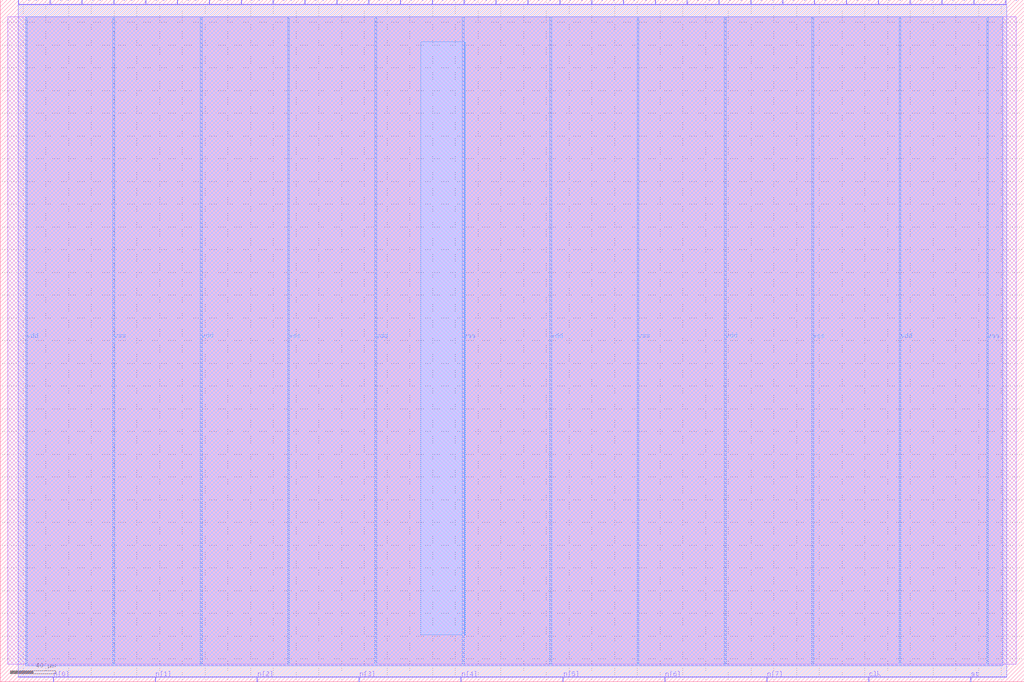
<source format=lef>
VERSION 5.7 ;
  NOWIREEXTENSIONATPIN ON ;
  DIVIDERCHAR "/" ;
  BUSBITCHARS "[]" ;
MACRO fibonacci
  CLASS BLOCK ;
  FOREIGN fibonacci ;
  ORIGIN 0.000 0.000 ;
  SIZE 900.000 BY 600.000 ;
  PIN clk
    DIRECTION INPUT ;
    USE SIGNAL ;
    PORT
      LAYER Metal2 ;
        RECT 763.280 0.000 763.840 4.000 ;
    END
  END clk
  PIN fn[0]
    DIRECTION OUTPUT TRISTATE ;
    USE SIGNAL ;
    PORT
      LAYER Metal2 ;
        RECT 15.680 596.000 16.240 600.000 ;
    END
  END fn[0]
  PIN fn[10]
    DIRECTION OUTPUT TRISTATE ;
    USE SIGNAL ;
    PORT
      LAYER Metal2 ;
        RECT 295.680 596.000 296.240 600.000 ;
    END
  END fn[10]
  PIN fn[11]
    DIRECTION OUTPUT TRISTATE ;
    USE SIGNAL ;
    PORT
      LAYER Metal2 ;
        RECT 323.680 596.000 324.240 600.000 ;
    END
  END fn[11]
  PIN fn[12]
    DIRECTION OUTPUT TRISTATE ;
    USE SIGNAL ;
    PORT
      LAYER Metal2 ;
        RECT 351.680 596.000 352.240 600.000 ;
    END
  END fn[12]
  PIN fn[13]
    DIRECTION OUTPUT TRISTATE ;
    USE SIGNAL ;
    PORT
      LAYER Metal2 ;
        RECT 379.680 596.000 380.240 600.000 ;
    END
  END fn[13]
  PIN fn[14]
    DIRECTION OUTPUT TRISTATE ;
    USE SIGNAL ;
    PORT
      LAYER Metal2 ;
        RECT 407.680 596.000 408.240 600.000 ;
    END
  END fn[14]
  PIN fn[15]
    DIRECTION OUTPUT TRISTATE ;
    USE SIGNAL ;
    PORT
      LAYER Metal2 ;
        RECT 435.680 596.000 436.240 600.000 ;
    END
  END fn[15]
  PIN fn[16]
    DIRECTION OUTPUT TRISTATE ;
    USE SIGNAL ;
    PORT
      LAYER Metal2 ;
        RECT 463.680 596.000 464.240 600.000 ;
    END
  END fn[16]
  PIN fn[17]
    DIRECTION OUTPUT TRISTATE ;
    USE SIGNAL ;
    PORT
      LAYER Metal2 ;
        RECT 491.680 596.000 492.240 600.000 ;
    END
  END fn[17]
  PIN fn[18]
    DIRECTION OUTPUT TRISTATE ;
    USE SIGNAL ;
    PORT
      LAYER Metal2 ;
        RECT 519.680 596.000 520.240 600.000 ;
    END
  END fn[18]
  PIN fn[19]
    DIRECTION OUTPUT TRISTATE ;
    USE SIGNAL ;
    PORT
      LAYER Metal2 ;
        RECT 547.680 596.000 548.240 600.000 ;
    END
  END fn[19]
  PIN fn[1]
    DIRECTION OUTPUT TRISTATE ;
    USE SIGNAL ;
    PORT
      LAYER Metal2 ;
        RECT 43.680 596.000 44.240 600.000 ;
    END
  END fn[1]
  PIN fn[20]
    DIRECTION OUTPUT TRISTATE ;
    USE SIGNAL ;
    PORT
      LAYER Metal2 ;
        RECT 575.680 596.000 576.240 600.000 ;
    END
  END fn[20]
  PIN fn[21]
    DIRECTION OUTPUT TRISTATE ;
    USE SIGNAL ;
    PORT
      LAYER Metal2 ;
        RECT 603.680 596.000 604.240 600.000 ;
    END
  END fn[21]
  PIN fn[22]
    DIRECTION OUTPUT TRISTATE ;
    USE SIGNAL ;
    PORT
      LAYER Metal2 ;
        RECT 631.680 596.000 632.240 600.000 ;
    END
  END fn[22]
  PIN fn[23]
    DIRECTION OUTPUT TRISTATE ;
    USE SIGNAL ;
    PORT
      LAYER Metal2 ;
        RECT 659.680 596.000 660.240 600.000 ;
    END
  END fn[23]
  PIN fn[24]
    DIRECTION OUTPUT TRISTATE ;
    USE SIGNAL ;
    PORT
      LAYER Metal2 ;
        RECT 687.680 596.000 688.240 600.000 ;
    END
  END fn[24]
  PIN fn[25]
    DIRECTION OUTPUT TRISTATE ;
    USE SIGNAL ;
    PORT
      LAYER Metal2 ;
        RECT 715.680 596.000 716.240 600.000 ;
    END
  END fn[25]
  PIN fn[26]
    DIRECTION OUTPUT TRISTATE ;
    USE SIGNAL ;
    PORT
      LAYER Metal2 ;
        RECT 743.680 596.000 744.240 600.000 ;
    END
  END fn[26]
  PIN fn[27]
    DIRECTION OUTPUT TRISTATE ;
    USE SIGNAL ;
    PORT
      LAYER Metal2 ;
        RECT 771.680 596.000 772.240 600.000 ;
    END
  END fn[27]
  PIN fn[28]
    DIRECTION OUTPUT TRISTATE ;
    USE SIGNAL ;
    PORT
      LAYER Metal2 ;
        RECT 799.680 596.000 800.240 600.000 ;
    END
  END fn[28]
  PIN fn[29]
    DIRECTION OUTPUT TRISTATE ;
    USE SIGNAL ;
    PORT
      LAYER Metal2 ;
        RECT 827.680 596.000 828.240 600.000 ;
    END
  END fn[29]
  PIN fn[2]
    DIRECTION OUTPUT TRISTATE ;
    USE SIGNAL ;
    PORT
      LAYER Metal2 ;
        RECT 71.680 596.000 72.240 600.000 ;
    END
  END fn[2]
  PIN fn[30]
    DIRECTION OUTPUT TRISTATE ;
    USE SIGNAL ;
    PORT
      LAYER Metal2 ;
        RECT 855.680 596.000 856.240 600.000 ;
    END
  END fn[30]
  PIN fn[31]
    DIRECTION OUTPUT TRISTATE ;
    USE SIGNAL ;
    PORT
      LAYER Metal2 ;
        RECT 883.680 596.000 884.240 600.000 ;
    END
  END fn[31]
  PIN fn[3]
    DIRECTION OUTPUT TRISTATE ;
    USE SIGNAL ;
    PORT
      LAYER Metal2 ;
        RECT 99.680 596.000 100.240 600.000 ;
    END
  END fn[3]
  PIN fn[4]
    DIRECTION OUTPUT TRISTATE ;
    USE SIGNAL ;
    PORT
      LAYER Metal2 ;
        RECT 127.680 596.000 128.240 600.000 ;
    END
  END fn[4]
  PIN fn[5]
    DIRECTION OUTPUT TRISTATE ;
    USE SIGNAL ;
    PORT
      LAYER Metal2 ;
        RECT 155.680 596.000 156.240 600.000 ;
    END
  END fn[5]
  PIN fn[6]
    DIRECTION OUTPUT TRISTATE ;
    USE SIGNAL ;
    PORT
      LAYER Metal2 ;
        RECT 183.680 596.000 184.240 600.000 ;
    END
  END fn[6]
  PIN fn[7]
    DIRECTION OUTPUT TRISTATE ;
    USE SIGNAL ;
    PORT
      LAYER Metal2 ;
        RECT 211.680 596.000 212.240 600.000 ;
    END
  END fn[7]
  PIN fn[8]
    DIRECTION OUTPUT TRISTATE ;
    USE SIGNAL ;
    PORT
      LAYER Metal2 ;
        RECT 239.680 596.000 240.240 600.000 ;
    END
  END fn[8]
  PIN fn[9]
    DIRECTION OUTPUT TRISTATE ;
    USE SIGNAL ;
    PORT
      LAYER Metal2 ;
        RECT 267.680 596.000 268.240 600.000 ;
    END
  END fn[9]
  PIN n[0]
    DIRECTION INPUT ;
    USE SIGNAL ;
    PORT
      LAYER Metal2 ;
        RECT 46.480 0.000 47.040 4.000 ;
    END
  END n[0]
  PIN n[1]
    DIRECTION INPUT ;
    USE SIGNAL ;
    PORT
      LAYER Metal2 ;
        RECT 136.080 0.000 136.640 4.000 ;
    END
  END n[1]
  PIN n[2]
    DIRECTION INPUT ;
    USE SIGNAL ;
    PORT
      LAYER Metal2 ;
        RECT 225.680 0.000 226.240 4.000 ;
    END
  END n[2]
  PIN n[3]
    DIRECTION INPUT ;
    USE SIGNAL ;
    PORT
      LAYER Metal2 ;
        RECT 315.280 0.000 315.840 4.000 ;
    END
  END n[3]
  PIN n[4]
    DIRECTION INPUT ;
    USE SIGNAL ;
    PORT
      LAYER Metal2 ;
        RECT 404.880 0.000 405.440 4.000 ;
    END
  END n[4]
  PIN n[5]
    DIRECTION INPUT ;
    USE SIGNAL ;
    PORT
      LAYER Metal2 ;
        RECT 494.480 0.000 495.040 4.000 ;
    END
  END n[5]
  PIN n[6]
    DIRECTION INPUT ;
    USE SIGNAL ;
    PORT
      LAYER Metal2 ;
        RECT 584.080 0.000 584.640 4.000 ;
    END
  END n[6]
  PIN n[7]
    DIRECTION INPUT ;
    USE SIGNAL ;
    PORT
      LAYER Metal2 ;
        RECT 673.680 0.000 674.240 4.000 ;
    END
  END n[7]
  PIN st
    DIRECTION INPUT ;
    USE SIGNAL ;
    PORT
      LAYER Metal2 ;
        RECT 852.880 0.000 853.440 4.000 ;
    END
  END st
  PIN vdd
    DIRECTION INOUT ;
    USE POWER ;
    PORT
      LAYER Metal4 ;
        RECT 22.240 15.380 23.840 584.380 ;
    END
    PORT
      LAYER Metal4 ;
        RECT 175.840 15.380 177.440 584.380 ;
    END
    PORT
      LAYER Metal4 ;
        RECT 329.440 15.380 331.040 584.380 ;
    END
    PORT
      LAYER Metal4 ;
        RECT 483.040 15.380 484.640 584.380 ;
    END
    PORT
      LAYER Metal4 ;
        RECT 636.640 15.380 638.240 584.380 ;
    END
    PORT
      LAYER Metal4 ;
        RECT 790.240 15.380 791.840 584.380 ;
    END
  END vdd
  PIN vss
    DIRECTION INOUT ;
    USE GROUND ;
    PORT
      LAYER Metal4 ;
        RECT 99.040 15.380 100.640 584.380 ;
    END
    PORT
      LAYER Metal4 ;
        RECT 252.640 15.380 254.240 584.380 ;
    END
    PORT
      LAYER Metal4 ;
        RECT 406.240 15.380 407.840 584.380 ;
    END
    PORT
      LAYER Metal4 ;
        RECT 559.840 15.380 561.440 584.380 ;
    END
    PORT
      LAYER Metal4 ;
        RECT 713.440 15.380 715.040 584.380 ;
    END
    PORT
      LAYER Metal4 ;
        RECT 867.040 15.380 868.640 584.380 ;
    END
  END vss
  OBS
      LAYER Metal1 ;
        RECT 6.720 15.380 893.200 585.050 ;
      LAYER Metal2 ;
        RECT 16.540 595.700 43.380 596.000 ;
        RECT 44.540 595.700 71.380 596.000 ;
        RECT 72.540 595.700 99.380 596.000 ;
        RECT 100.540 595.700 127.380 596.000 ;
        RECT 128.540 595.700 155.380 596.000 ;
        RECT 156.540 595.700 183.380 596.000 ;
        RECT 184.540 595.700 211.380 596.000 ;
        RECT 212.540 595.700 239.380 596.000 ;
        RECT 240.540 595.700 267.380 596.000 ;
        RECT 268.540 595.700 295.380 596.000 ;
        RECT 296.540 595.700 323.380 596.000 ;
        RECT 324.540 595.700 351.380 596.000 ;
        RECT 352.540 595.700 379.380 596.000 ;
        RECT 380.540 595.700 407.380 596.000 ;
        RECT 408.540 595.700 435.380 596.000 ;
        RECT 436.540 595.700 463.380 596.000 ;
        RECT 464.540 595.700 491.380 596.000 ;
        RECT 492.540 595.700 519.380 596.000 ;
        RECT 520.540 595.700 547.380 596.000 ;
        RECT 548.540 595.700 575.380 596.000 ;
        RECT 576.540 595.700 603.380 596.000 ;
        RECT 604.540 595.700 631.380 596.000 ;
        RECT 632.540 595.700 659.380 596.000 ;
        RECT 660.540 595.700 687.380 596.000 ;
        RECT 688.540 595.700 715.380 596.000 ;
        RECT 716.540 595.700 743.380 596.000 ;
        RECT 744.540 595.700 771.380 596.000 ;
        RECT 772.540 595.700 799.380 596.000 ;
        RECT 800.540 595.700 827.380 596.000 ;
        RECT 828.540 595.700 855.380 596.000 ;
        RECT 856.540 595.700 883.380 596.000 ;
        RECT 884.540 595.700 884.660 596.000 ;
        RECT 15.820 4.300 884.660 595.700 ;
        RECT 15.820 4.000 46.180 4.300 ;
        RECT 47.340 4.000 135.780 4.300 ;
        RECT 136.940 4.000 225.380 4.300 ;
        RECT 226.540 4.000 314.980 4.300 ;
        RECT 316.140 4.000 404.580 4.300 ;
        RECT 405.740 4.000 494.180 4.300 ;
        RECT 495.340 4.000 583.780 4.300 ;
        RECT 584.940 4.000 673.380 4.300 ;
        RECT 674.540 4.000 762.980 4.300 ;
        RECT 764.140 4.000 852.580 4.300 ;
        RECT 853.740 4.000 884.660 4.300 ;
      LAYER Metal3 ;
        RECT 22.330 14.140 881.350 585.060 ;
      LAYER Metal4 ;
        RECT 369.740 41.530 405.940 563.270 ;
        RECT 408.140 41.530 408.660 563.270 ;
  END
END fibonacci
END LIBRARY


</source>
